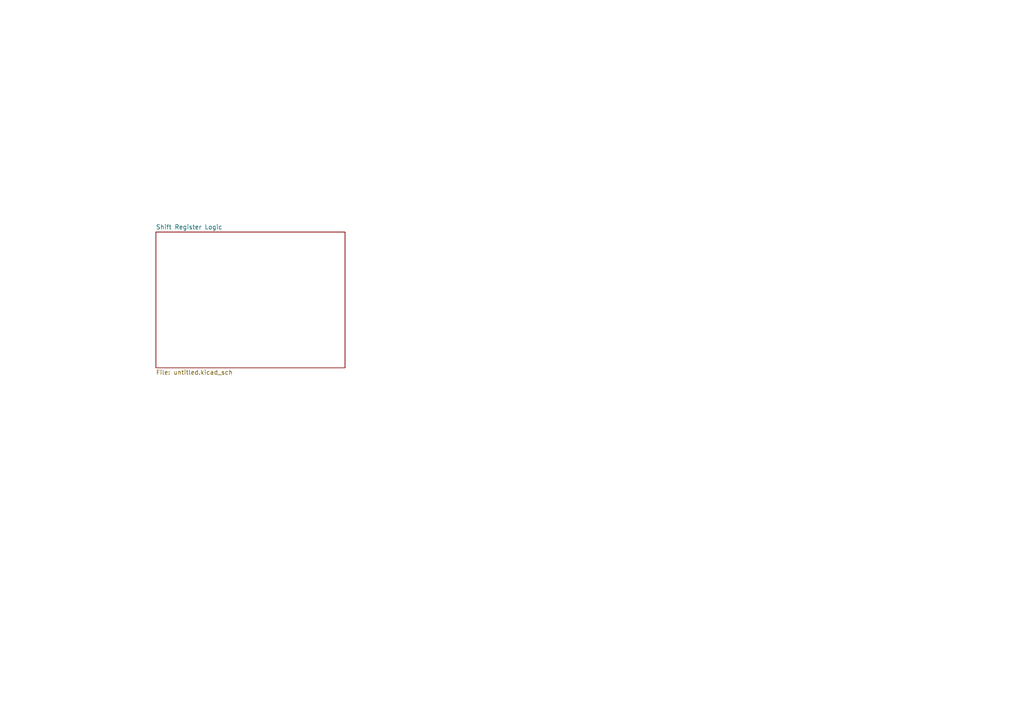
<source format=kicad_sch>
(kicad_sch
	(version 20231120)
	(generator "eeschema")
	(generator_version "8.0")
	(uuid "028537f7-ea5d-45f5-80a4-95bcce700afd")
	(paper "A4")
	(lib_symbols)
	(sheet
		(at 45.212 67.31)
		(size 54.864 39.37)
		(fields_autoplaced yes)
		(stroke
			(width 0.1524)
			(type solid)
		)
		(fill
			(color 0 0 0 0.0000)
		)
		(uuid "255163ff-a566-4347-8c88-e2c84fd57b3f")
		(property "Sheetname" "Shift Register Logic"
			(at 45.212 66.5984 0)
			(effects
				(font
					(size 1.27 1.27)
				)
				(justify left bottom)
			)
		)
		(property "Sheetfile" "untitled.kicad_sch"
			(at 45.212 107.2646 0)
			(effects
				(font
					(size 1.27 1.27)
				)
				(justify left top)
			)
		)
		(instances
			(project "incrediCube"
				(path "/028537f7-ea5d-45f5-80a4-95bcce700afd"
					(page "2")
				)
			)
		)
	)
	(sheet_instances
		(path "/"
			(page "1")
		)
	)
)

</source>
